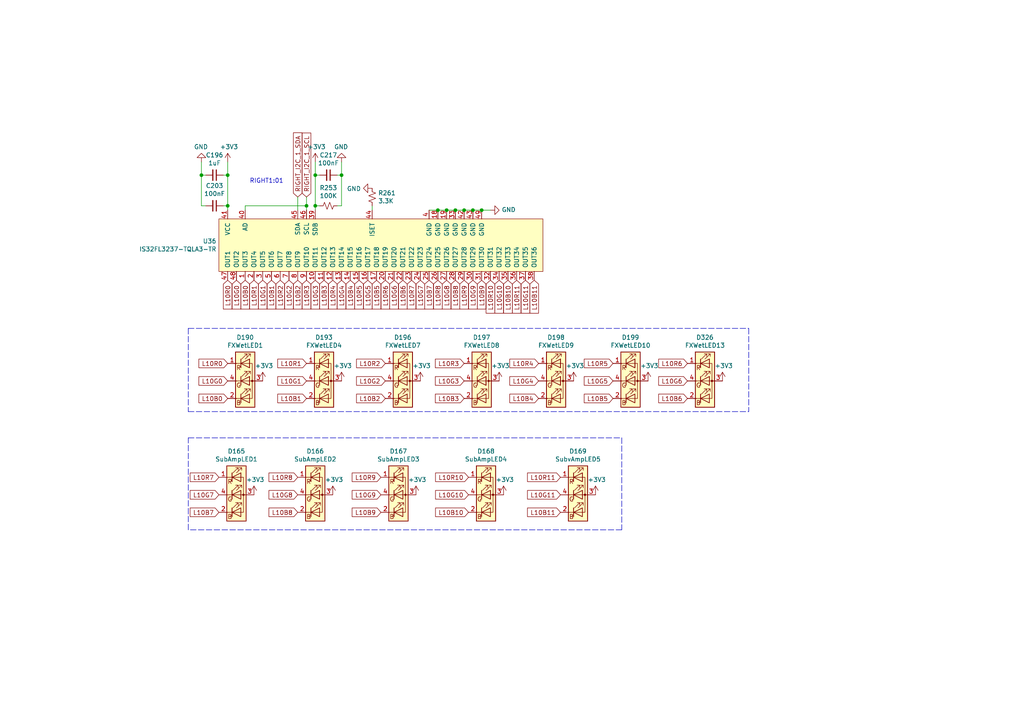
<source format=kicad_sch>
(kicad_sch (version 20210621) (generator eeschema)
  (paper "A4")
  (lib_symbols
    (symbol "Device:C_Small" (pin_numbers hide) (pin_names (offset 0.254) hide)
      (property "Reference" "C" (at 0.254 1.778 0))
      (property "Value" "C_Small" (at 0.254 -2.032 0))
      (symbol "C_Small_0_1"
        (polyline (pts (xy -1.524 -0.508) (xy 1.524 -0.508)) (stroke (width 0.3302)))
        (polyline (pts (xy -1.524 0.508) (xy 1.524 0.508)) (stroke (width 0.3048)))
      )
      (symbol "C_Small_1_1"
        (pin passive line (at 0 2.54 270) (length 2.032) (name "~") (number "1"))
        (pin passive line (at 0 -2.54 90) (length 2.032) (name "~") (number "2"))
      )
    )
    (symbol "Device:R_Small_US" (pin_numbers hide) (pin_names (offset 0.254) hide)
      (property "Reference" "R" (at 0.762 0.508 0))
      (property "Value" "R_Small_US" (at 0.762 -1.016 0))
      (symbol "R_Small_US_1_1"
        (polyline (pts (xy 0 0) (xy 1.016 -0.381) (xy 0 -0.762) (xy -1.016 -1.143) (xy 0 -1.524)))
        (polyline (pts (xy 0 1.524) (xy 1.016 1.143) (xy 0 0.762) (xy -1.016 0.381) (xy 0 0)))
        (pin passive line (at 0 2.54 270) (length 1.016) (name "~") (number "1"))
        (pin passive line (at 0 -2.54 90) (length 1.016) (name "~") (number "2"))
      )
    )
    (symbol "IS32FL3237:IS32FL3237-TQLA3-TR" (pin_names (offset 1.016))
      (property "Reference" "U" (at 0 0 0))
      (property "Value" "IS32FL3237-TQLA3-TR" (at 0 0 0))
      (symbol "IS32FL3237-TQLA3-TR_0_1"
        (rectangle (start -7.62 -2.54) (end 7.62 -96.52) (fill (type background)))
      )
      (symbol "IS32FL3237-TQLA3-TR_1_1"
        (pin output line (at 10.16 -10.16 180) (length 2.54) (name "OUT3") (number "1"))
        (pin output line (at 10.16 -30.48 180) (length 2.54) (name "OUT11") (number "10"))
        (pin output line (at 10.16 -33.02 180) (length 2.54) (name "OUT12") (number "11"))
        (pin output line (at 10.16 -35.56 180) (length 2.54) (name "OUT13") (number "12"))
        (pin output line (at 10.16 -38.1 180) (length 2.54) (name "OUT14") (number "13"))
        (pin output line (at 10.16 -40.64 180) (length 2.54) (name "OUT15") (number "14"))
        (pin output line (at 10.16 -43.18 180) (length 2.54) (name "OUT16") (number "15"))
        (pin output line (at 10.16 -45.72 180) (length 2.54) (name "OUT17") (number "16"))
        (pin output line (at 10.16 -48.26 180) (length 2.54) (name "OUT18") (number "17"))
        (pin power_in line (at -10.16 -66.04 0) (length 2.54) (name "GND") (number "18"))
        (pin power_in line (at -10.16 -68.58 0) (length 2.54) (name "GND") (number "19"))
        (pin output line (at 10.16 -12.7 180) (length 2.54) (name "OUT4") (number "2"))
        (pin output line (at 10.16 -50.8 180) (length 2.54) (name "OUT19") (number "20"))
        (pin output line (at 10.16 -53.34 180) (length 2.54) (name "OUT20") (number "21"))
        (pin output line (at 10.16 -55.88 180) (length 2.54) (name "OUT21") (number "22"))
        (pin output line (at 10.16 -58.42 180) (length 2.54) (name "OUT22") (number "23"))
        (pin output line (at 10.16 -60.96 180) (length 2.54) (name "OUT23") (number "24"))
        (pin output line (at 10.16 -63.5 180) (length 2.54) (name "OUT24") (number "25"))
        (pin output line (at 10.16 -66.04 180) (length 2.54) (name "OUT25") (number "26"))
        (pin output line (at 10.16 -68.58 180) (length 2.54) (name "OUT26") (number "27"))
        (pin output line (at 10.16 -71.12 180) (length 2.54) (name "OUT27") (number "28"))
        (pin output line (at 10.16 -73.66 180) (length 2.54) (name "OUT28") (number "29"))
        (pin output line (at 10.16 -15.24 180) (length 2.54) (name "OUT5") (number "3"))
        (pin output line (at 10.16 -76.2 180) (length 2.54) (name "OUT29") (number "30"))
        (pin output line (at 10.16 -78.74 180) (length 2.54) (name "OUT30") (number "31"))
        (pin output line (at 10.16 -81.28 180) (length 2.54) (name "OUT31") (number "32"))
        (pin power_in line (at -10.16 -71.12 0) (length 2.54) (name "GND") (number "33"))
        (pin output line (at 10.16 -83.82 180) (length 2.54) (name "OUT32") (number "34"))
        (pin output line (at 10.16 -86.36 180) (length 2.54) (name "OUT33") (number "35"))
        (pin output line (at 10.16 -88.9 180) (length 2.54) (name "OUT34") (number "36"))
        (pin output line (at 10.16 -91.44 180) (length 2.54) (name "OUT35") (number "37"))
        (pin output line (at 10.16 -93.98 180) (length 2.54) (name "OUT36") (number "38"))
        (pin input line (at -10.16 -30.48 0) (length 2.54) (name "SDB") (number "39"))
        (pin power_in line (at -10.16 -63.5 0) (length 2.54) (name "GND") (number "4"))
        (pin input line (at -10.16 -10.16 0) (length 2.54) (name "AD") (number "40"))
        (pin power_in line (at -10.16 -5.08 0) (length 2.54) (name "VCC") (number "41"))
        (pin power_in line (at -10.16 -73.66 0) (length 2.54) (name "GND") (number "42"))
        (pin power_in line (at -10.16 -76.2 0) (length 2.54) (name "GND") (number "43"))
        (pin input line (at -10.16 -46.99 0) (length 2.54) (name "ISET") (number "44"))
        (pin input line (at -10.16 -25.4 0) (length 2.54) (name "SDA") (number "45"))
        (pin input line (at -10.16 -27.94 0) (length 2.54) (name "SCL") (number "46"))
        (pin output line (at 10.16 -5.08 180) (length 2.54) (name "OUT1") (number "47"))
        (pin output line (at 10.16 -7.62 180) (length 2.54) (name "OUT2") (number "48"))
        (pin power_in line (at -10.16 -78.74 0) (length 2.54) (name "GND") (number "49"))
        (pin output line (at 10.16 -17.78 180) (length 2.54) (name "OUT6") (number "5"))
        (pin output line (at 10.16 -20.32 180) (length 2.54) (name "OUT7") (number "6"))
        (pin output line (at 10.16 -22.86 180) (length 2.54) (name "OUT8") (number "7"))
        (pin output line (at 10.16 -25.4 180) (length 2.54) (name "OUT9") (number "8"))
        (pin output line (at 10.16 -27.94 180) (length 2.54) (name "OUT10") (number "9"))
      )
    )
    (symbol "fm-b2020rgba-hg:FM-B2020RGBA-HG" (pin_names (offset 0) hide)
      (property "Reference" "D" (at 0 9.398 0))
      (property "Value" "FM-B2020RGBA-HG" (at 0 -8.89 0))
      (symbol "FM-B2020RGBA-HG_0_0"
        (text "B" (at -1.905 -6.35 0) (effects (font (size 1.27 1.27))))
        (text "G" (at -1.905 -1.27 0) (effects (font (size 1.27 1.27))))
        (text "R" (at -1.905 3.81 0) (effects (font (size 1.27 1.27))))
      )
      (symbol "FM-B2020RGBA-HG_0_1"
        (circle (center 2.032 0) (radius 0.254) (fill (type outline)))
        (rectangle (start 1.27 -1.27) (end 1.27 1.27))
        (rectangle (start 1.27 1.27) (end 1.27 1.27))
        (rectangle (start 1.27 3.81) (end 1.27 6.35))
        (rectangle (start 1.27 6.35) (end 1.27 6.35))
        (rectangle (start 2.794 8.382) (end -2.794 -7.62) (stroke (width 0.254)) (fill (type background)))
        (polyline (pts (xy -1.27 -5.08) (xy -2.54 -5.08)))
        (polyline (pts (xy -1.27 -5.08) (xy 1.27 -5.08)))
        (polyline (pts (xy -1.27 -3.81) (xy -1.27 -6.35)))
        (polyline (pts (xy -1.27 -3.81) (xy -1.27 -6.35)) (stroke (width 0.2032)))
        (polyline (pts (xy -1.27 0) (xy -2.54 0)))
        (polyline (pts (xy -1.27 0) (xy 1.27 0)))
        (polyline (pts (xy -1.27 1.27) (xy -1.27 -1.27)) (stroke (width 0.2032)))
        (polyline (pts (xy -1.27 5.08) (xy -2.54 5.08)))
        (polyline (pts (xy -1.27 6.35) (xy -1.27 3.81)) (stroke (width 0.2032)))
        (polyline (pts (xy 1.27 0) (xy 2.54 0)))
        (polyline (pts (xy 1.27 5.08) (xy -1.27 5.08)))
        (polyline (pts (xy -1.27 1.27) (xy -1.27 -1.27) (xy -1.27 -1.27)))
        (polyline (pts (xy -1.27 6.35) (xy -1.27 3.81) (xy -1.27 3.81)))
        (polyline (pts (xy 1.27 -5.08) (xy 2.032 -5.08) (xy 2.032 5.08) (xy 1.27 5.08)))
        (polyline (pts (xy 1.27 -3.81) (xy 1.27 -6.35) (xy -1.27 -5.08) (xy 1.27 -3.81)) (stroke (width 0.2032)))
        (polyline (pts (xy 1.27 1.27) (xy 1.27 -1.27) (xy -1.27 0) (xy 1.27 1.27)) (stroke (width 0.2032)))
        (polyline (pts (xy 1.27 6.35) (xy 1.27 3.81) (xy -1.27 5.08) (xy 1.27 6.35)) (stroke (width 0.2032)))
        (polyline (pts (xy -1.016 -3.81) (xy 0.508 -2.286) (xy -0.254 -2.286) (xy 0.508 -2.286) (xy 0.508 -3.048)))
        (polyline (pts (xy -1.016 1.27) (xy 0.508 2.794) (xy -0.254 2.794) (xy 0.508 2.794) (xy 0.508 2.032)))
        (polyline (pts (xy -1.016 6.35) (xy 0.508 7.874) (xy -0.254 7.874) (xy 0.508 7.874) (xy 0.508 7.112)))
        (polyline (pts (xy 0 -3.81) (xy 1.524 -2.286) (xy 0.762 -2.286) (xy 1.524 -2.286) (xy 1.524 -3.048)))
        (polyline (pts (xy 0 1.27) (xy 1.524 2.794) (xy 0.762 2.794) (xy 1.524 2.794) (xy 1.524 2.032)))
        (polyline (pts (xy 0 6.35) (xy 1.524 7.874) (xy 0.762 7.874) (xy 1.524 7.874) (xy 1.524 7.112)))
      )
      (symbol "FM-B2020RGBA-HG_1_1"
        (pin passive line (at -5.08 5.08 0) (length 2.54) (name "R-") (number "1"))
        (pin passive line (at -5.08 -5.08 0) (length 2.54) (name "B-") (number "2"))
        (pin passive line (at 5.08 0 180) (length 2.54) (name "+") (number "3"))
        (pin passive line (at -5.08 0 0) (length 2.54) (name "G-") (number "4"))
      )
    )
    (symbol "power:+3.3V" (power) (pin_names (offset 0))
      (property "Value" "+3.3V" (at 0 3.556 0))
      (symbol "+3.3V_0_1"
        (polyline (pts (xy -0.762 1.27) (xy 0 2.54)))
        (polyline (pts (xy 0 0) (xy 0 2.54)))
        (polyline (pts (xy 0 2.54) (xy 0.762 1.27)))
      )
      (symbol "+3.3V_1_1"
        (pin power_in line (at 0 0 90) (length 0) hide (name "+3V3") (number "1"))
      )
    )
    (symbol "power:GND" (power) (pin_names (offset 0))
      (property "Value" "GND" (at 0 -3.81 0))
      (symbol "GND_0_1"
        (polyline (pts (xy 0 0) (xy 0 -1.27) (xy 1.27 -1.27) (xy 0 -2.54) (xy -1.27 -1.27) (xy 0 -1.27)))
      )
      (symbol "GND_1_1"
        (pin power_in line (at 0 0 270) (length 0) hide (name "GND") (number "1"))
      )
    )
  )
  (junction (at 58.42 50.8))
  (junction (at 66.04 50.8))
  (junction (at 66.04 59.69))
  (junction (at 88.9 59.69))
  (junction (at 91.44 50.8))
  (junction (at 91.44 59.69))
  (junction (at 99.06 50.8))
  (junction (at 127 60.96))
  (junction (at 129.54 60.96))
  (junction (at 132.08 60.96))
  (junction (at 134.62 60.96))
  (junction (at 137.16 60.96))
  (junction (at 139.7 60.96))
  (wire (pts (xy 58.42 46.99) (xy 58.42 50.8)))
  (wire (pts (xy 58.42 50.8) (xy 58.42 59.69)))
  (wire (pts (xy 58.42 59.69) (xy 59.69 59.69)))
  (wire (pts (xy 59.69 50.8) (xy 58.42 50.8)))
  (wire (pts (xy 64.77 50.8) (xy 66.04 50.8)))
  (wire (pts (xy 64.77 59.69) (xy 66.04 59.69)))
  (wire (pts (xy 66.04 46.99) (xy 66.04 50.8)))
  (wire (pts (xy 66.04 50.8) (xy 66.04 59.69)))
  (wire (pts (xy 66.04 59.69) (xy 66.04 60.96)))
  (wire (pts (xy 71.12 59.69) (xy 88.9 59.69)))
  (wire (pts (xy 71.12 60.96) (xy 71.12 59.69)))
  (wire (pts (xy 86.36 57.15) (xy 86.36 60.96)))
  (wire (pts (xy 88.9 57.15) (xy 88.9 59.69)))
  (wire (pts (xy 88.9 59.69) (xy 88.9 60.96)))
  (wire (pts (xy 91.44 46.99) (xy 91.44 50.8)))
  (wire (pts (xy 91.44 50.8) (xy 91.44 59.69)))
  (wire (pts (xy 91.44 59.69) (xy 91.44 60.96)))
  (wire (pts (xy 92.71 50.8) (xy 91.44 50.8)))
  (wire (pts (xy 92.71 59.69) (xy 91.44 59.69)))
  (wire (pts (xy 97.79 50.8) (xy 99.06 50.8)))
  (wire (pts (xy 99.06 46.99) (xy 99.06 50.8)))
  (wire (pts (xy 99.06 50.8) (xy 99.06 59.69)))
  (wire (pts (xy 99.06 59.69) (xy 97.79 59.69)))
  (wire (pts (xy 107.95 59.69) (xy 107.95 60.96)))
  (wire (pts (xy 127 60.96) (xy 124.46 60.96)))
  (wire (pts (xy 129.54 60.96) (xy 127 60.96)))
  (wire (pts (xy 132.08 60.96) (xy 129.54 60.96)))
  (wire (pts (xy 134.62 60.96) (xy 132.08 60.96)))
  (wire (pts (xy 137.16 60.96) (xy 134.62 60.96)))
  (wire (pts (xy 139.7 60.96) (xy 137.16 60.96)))
  (wire (pts (xy 142.24 60.96) (xy 139.7 60.96)))
  (polyline (pts (xy 54.61 95.25) (xy 54.61 119.38)))
  (polyline (pts (xy 54.61 95.25) (xy 217.17 95.25)))
  (polyline (pts (xy 54.61 119.38) (xy 217.17 119.38)))
  (polyline (pts (xy 54.61 127) (xy 180.34 127)))
  (polyline (pts (xy 54.61 153.67) (xy 54.61 127)))
  (polyline (pts (xy 180.34 127) (xy 180.34 153.67)))
  (polyline (pts (xy 180.34 153.67) (xy 54.61 153.67)))
  (polyline (pts (xy 217.17 95.25) (xy 217.17 119.38)))
  (text "RIGHT1:01" (at 72.39 53.34 0) (effects (font (size 1.27 1.27)) (justify left bottom)))
  (global_label "L10R7" (shape input) (at 63.5 138.43 180) (property "Intersheet References" "${INTERSHEET_REFS}" (effects hide)))
  (global_label "L10G7" (shape input) (at 63.5 143.51 180) (property "Intersheet References" "${INTERSHEET_REFS}" (effects hide)))
  (global_label "L10B7" (shape input) (at 63.5 148.59 180) (property "Intersheet References" "${INTERSHEET_REFS}" (effects hide)))
  (global_label "L10R0" (shape input) (at 66.04 81.28 270) (property "Intersheet References" "${INTERSHEET_REFS}" (effects hide)))
  (global_label "L10R0" (shape input) (at 66.04 105.41 180) (property "Intersheet References" "${INTERSHEET_REFS}" (effects hide)))
  (global_label "L10G0" (shape input) (at 66.04 110.49 180) (property "Intersheet References" "${INTERSHEET_REFS}" (effects hide)))
  (global_label "L10B0" (shape input) (at 66.04 115.57 180) (property "Intersheet References" "${INTERSHEET_REFS}" (effects hide)))
  (global_label "L10G0" (shape input) (at 68.58 81.28 270) (property "Intersheet References" "${INTERSHEET_REFS}" (effects hide)))
  (global_label "L10B0" (shape input) (at 71.12 81.28 270) (property "Intersheet References" "${INTERSHEET_REFS}" (effects hide)))
  (global_label "L10R1" (shape input) (at 73.66 81.28 270) (property "Intersheet References" "${INTERSHEET_REFS}" (effects hide)))
  (global_label "L10G1" (shape input) (at 76.2 81.28 270) (property "Intersheet References" "${INTERSHEET_REFS}" (effects hide)))
  (global_label "L10B1" (shape input) (at 78.74 81.28 270) (property "Intersheet References" "${INTERSHEET_REFS}" (effects hide)))
  (global_label "L10R2" (shape input) (at 81.28 81.28 270) (property "Intersheet References" "${INTERSHEET_REFS}" (effects hide)))
  (global_label "L10G2" (shape input) (at 83.82 81.28 270) (property "Intersheet References" "${INTERSHEET_REFS}" (effects hide)))
  (global_label "RIGHT_I2C_1_SDA" (shape input) (at 86.36 57.15 90) (property "Intersheet References" "${INTERSHEET_REFS}" (effects hide)))
  (global_label "L10B2" (shape input) (at 86.36 81.28 270) (property "Intersheet References" "${INTERSHEET_REFS}" (effects hide)))
  (global_label "L10R8" (shape input) (at 86.36 138.43 180) (property "Intersheet References" "${INTERSHEET_REFS}" (effects hide)))
  (global_label "L10G8" (shape input) (at 86.36 143.51 180) (property "Intersheet References" "${INTERSHEET_REFS}" (effects hide)))
  (global_label "L10B8" (shape input) (at 86.36 148.59 180) (property "Intersheet References" "${INTERSHEET_REFS}" (effects hide)))
  (global_label "RIGHT_I2C_1_SCL" (shape input) (at 88.9 57.15 90) (property "Intersheet References" "${INTERSHEET_REFS}" (effects hide)))
  (global_label "L10R3" (shape input) (at 88.9 81.28 270) (property "Intersheet References" "${INTERSHEET_REFS}" (effects hide)))
  (global_label "L10R1" (shape input) (at 88.9 105.41 180) (property "Intersheet References" "${INTERSHEET_REFS}" (effects hide)))
  (global_label "L10G1" (shape input) (at 88.9 110.49 180) (property "Intersheet References" "${INTERSHEET_REFS}" (effects hide)))
  (global_label "L10B1" (shape input) (at 88.9 115.57 180) (property "Intersheet References" "${INTERSHEET_REFS}" (effects hide)))
  (global_label "L10G3" (shape input) (at 91.44 81.28 270) (property "Intersheet References" "${INTERSHEET_REFS}" (effects hide)))
  (global_label "L10B3" (shape input) (at 93.98 81.28 270) (property "Intersheet References" "${INTERSHEET_REFS}" (effects hide)))
  (global_label "L10R4" (shape input) (at 96.52 81.28 270) (property "Intersheet References" "${INTERSHEET_REFS}" (effects hide)))
  (global_label "L10G4" (shape input) (at 99.06 81.28 270) (property "Intersheet References" "${INTERSHEET_REFS}" (effects hide)))
  (global_label "L10B4" (shape input) (at 101.6 81.28 270) (property "Intersheet References" "${INTERSHEET_REFS}" (effects hide)))
  (global_label "L10R5" (shape input) (at 104.14 81.28 270) (property "Intersheet References" "${INTERSHEET_REFS}" (effects hide)))
  (global_label "L10G5" (shape input) (at 106.68 81.28 270) (property "Intersheet References" "${INTERSHEET_REFS}" (effects hide)))
  (global_label "L10B5" (shape input) (at 109.22 81.28 270) (property "Intersheet References" "${INTERSHEET_REFS}" (effects hide)))
  (global_label "L10R9" (shape input) (at 110.49 138.43 180) (property "Intersheet References" "${INTERSHEET_REFS}" (effects hide)))
  (global_label "L10G9" (shape input) (at 110.49 143.51 180) (property "Intersheet References" "${INTERSHEET_REFS}" (effects hide)))
  (global_label "L10B9" (shape input) (at 110.49 148.59 180) (property "Intersheet References" "${INTERSHEET_REFS}" (effects hide)))
  (global_label "L10R6" (shape input) (at 111.76 81.28 270) (property "Intersheet References" "${INTERSHEET_REFS}" (effects hide)))
  (global_label "L10R2" (shape input) (at 111.76 105.41 180) (property "Intersheet References" "${INTERSHEET_REFS}" (effects hide)))
  (global_label "L10G2" (shape input) (at 111.76 110.49 180) (property "Intersheet References" "${INTERSHEET_REFS}" (effects hide)))
  (global_label "L10B2" (shape input) (at 111.76 115.57 180) (property "Intersheet References" "${INTERSHEET_REFS}" (effects hide)))
  (global_label "L10G6" (shape input) (at 114.3 81.28 270) (property "Intersheet References" "${INTERSHEET_REFS}" (effects hide)))
  (global_label "L10B6" (shape input) (at 116.84 81.28 270) (property "Intersheet References" "${INTERSHEET_REFS}" (effects hide)))
  (global_label "L10R7" (shape input) (at 119.38 81.28 270) (property "Intersheet References" "${INTERSHEET_REFS}" (effects hide)))
  (global_label "L10G7" (shape input) (at 121.92 81.28 270) (property "Intersheet References" "${INTERSHEET_REFS}" (effects hide)))
  (global_label "L10B7" (shape input) (at 124.46 81.28 270) (property "Intersheet References" "${INTERSHEET_REFS}" (effects hide)))
  (global_label "L10R8" (shape input) (at 127 81.28 270) (property "Intersheet References" "${INTERSHEET_REFS}" (effects hide)))
  (global_label "L10G8" (shape input) (at 129.54 81.28 270) (property "Intersheet References" "${INTERSHEET_REFS}" (effects hide)))
  (global_label "L10B8" (shape input) (at 132.08 81.28 270) (property "Intersheet References" "${INTERSHEET_REFS}" (effects hide)))
  (global_label "L10R9" (shape input) (at 134.62 81.28 270) (property "Intersheet References" "${INTERSHEET_REFS}" (effects hide)))
  (global_label "L10R3" (shape input) (at 134.62 105.41 180) (property "Intersheet References" "${INTERSHEET_REFS}" (effects hide)))
  (global_label "L10G3" (shape input) (at 134.62 110.49 180) (property "Intersheet References" "${INTERSHEET_REFS}" (effects hide)))
  (global_label "L10B3" (shape input) (at 134.62 115.57 180) (property "Intersheet References" "${INTERSHEET_REFS}" (effects hide)))
  (global_label "L10R10" (shape input) (at 135.89 138.43 180) (property "Intersheet References" "${INTERSHEET_REFS}" (effects hide)))
  (global_label "L10G10" (shape input) (at 135.89 143.51 180) (property "Intersheet References" "${INTERSHEET_REFS}" (effects hide)))
  (global_label "L10B10" (shape input) (at 135.89 148.59 180) (property "Intersheet References" "${INTERSHEET_REFS}" (effects hide)))
  (global_label "L10G9" (shape input) (at 137.16 81.28 270) (property "Intersheet References" "${INTERSHEET_REFS}" (effects hide)))
  (global_label "L10B9" (shape input) (at 139.7 81.28 270) (property "Intersheet References" "${INTERSHEET_REFS}" (effects hide)))
  (global_label "L10R10" (shape input) (at 142.24 81.28 270) (property "Intersheet References" "${INTERSHEET_REFS}" (effects hide)))
  (global_label "L10G10" (shape input) (at 144.78 81.28 270) (property "Intersheet References" "${INTERSHEET_REFS}" (effects hide)))
  (global_label "L10B10" (shape input) (at 147.32 81.28 270) (property "Intersheet References" "${INTERSHEET_REFS}" (effects hide)))
  (global_label "L10R11" (shape input) (at 149.86 81.28 270) (property "Intersheet References" "${INTERSHEET_REFS}" (effects hide)))
  (global_label "L10G11" (shape input) (at 152.4 81.28 270) (property "Intersheet References" "${INTERSHEET_REFS}" (effects hide)))
  (global_label "L10B11" (shape input) (at 154.94 81.28 270) (property "Intersheet References" "${INTERSHEET_REFS}" (effects hide)))
  (global_label "L10R4" (shape input) (at 156.21 105.41 180) (property "Intersheet References" "${INTERSHEET_REFS}" (effects hide)))
  (global_label "L10G4" (shape input) (at 156.21 110.49 180) (property "Intersheet References" "${INTERSHEET_REFS}" (effects hide)))
  (global_label "L10B4" (shape input) (at 156.21 115.57 180) (property "Intersheet References" "${INTERSHEET_REFS}" (effects hide)))
  (global_label "L10R11" (shape input) (at 162.56 138.43 180) (property "Intersheet References" "${INTERSHEET_REFS}" (effects hide)))
  (global_label "L10G11" (shape input) (at 162.56 143.51 180) (property "Intersheet References" "${INTERSHEET_REFS}" (effects hide)))
  (global_label "L10B11" (shape input) (at 162.56 148.59 180) (property "Intersheet References" "${INTERSHEET_REFS}" (effects hide)))
  (global_label "L10R5" (shape input) (at 177.8 105.41 180) (property "Intersheet References" "${INTERSHEET_REFS}" (effects hide)))
  (global_label "L10G5" (shape input) (at 177.8 110.49 180) (property "Intersheet References" "${INTERSHEET_REFS}" (effects hide)))
  (global_label "L10B5" (shape input) (at 177.8 115.57 180) (property "Intersheet References" "${INTERSHEET_REFS}" (effects hide)))
  (global_label "L10R6" (shape input) (at 199.39 105.41 180) (property "Intersheet References" "${INTERSHEET_REFS}" (effects hide)))
  (global_label "L10G6" (shape input) (at 199.39 110.49 180) (property "Intersheet References" "${INTERSHEET_REFS}" (effects hide)))
  (global_label "L10B6" (shape input) (at 199.39 115.57 180) (property "Intersheet References" "${INTERSHEET_REFS}" (effects hide)))
  (symbol (lib_id "power:+3.3V") (at 66.04 46.99 0) (unit 1)
    (property "Reference" "#PWR0454" (effects hide))
    (property "Value" "+3.3V" (at 66.421 42.5958 0))
  )
  (symbol (lib_id "power:+3.3V") (at 73.66 143.51 0) (unit 1)
    (property "Reference" "#PWR0733" (effects hide))
    (property "Value" "+3.3V" (at 74.041 139.1158 0))
  )
  (symbol (lib_id "power:+3.3V") (at 76.2 110.49 0) (unit 1)
    (property "Reference" "#PWR0777" (effects hide))
    (property "Value" "+3.3V" (at 76.581 106.0958 0))
  )
  (symbol (lib_id "power:+3.3V") (at 91.44 46.99 0) (unit 1)
    (property "Reference" "#PWR0459" (effects hide))
    (property "Value" "+3.3V" (at 91.821 42.5958 0))
  )
  (symbol (lib_id "power:+3.3V") (at 96.52 143.51 0) (unit 1)
    (property "Reference" "#PWR0734" (effects hide))
    (property "Value" "+3.3V" (at 96.901 139.1158 0))
  )
  (symbol (lib_id "power:+3.3V") (at 99.06 110.49 0) (unit 1)
    (property "Reference" "#PWR0778" (effects hide))
    (property "Value" "+3.3V" (at 99.441 106.0958 0))
  )
  (symbol (lib_id "power:+3.3V") (at 120.65 143.51 0) (unit 1)
    (property "Reference" "#PWR0735" (effects hide))
    (property "Value" "+3.3V" (at 121.031 139.1158 0))
  )
  (symbol (lib_id "power:+3.3V") (at 121.92 110.49 0) (unit 1)
    (property "Reference" "#PWR0779" (effects hide))
    (property "Value" "+3.3V" (at 122.301 106.0958 0))
  )
  (symbol (lib_id "power:+3.3V") (at 144.78 110.49 0) (unit 1)
    (property "Reference" "#PWR0780" (effects hide))
    (property "Value" "+3.3V" (at 145.161 106.0958 0))
  )
  (symbol (lib_id "power:+3.3V") (at 146.05 143.51 0) (unit 1)
    (property "Reference" "#PWR0736" (effects hide))
    (property "Value" "+3.3V" (at 146.431 139.1158 0))
  )
  (symbol (lib_id "power:+3.3V") (at 166.37 110.49 0) (unit 1)
    (property "Reference" "#PWR0781" (effects hide))
    (property "Value" "+3.3V" (at 166.751 106.0958 0))
  )
  (symbol (lib_id "power:+3.3V") (at 172.72 143.51 0) (unit 1)
    (property "Reference" "#PWR0737" (effects hide))
    (property "Value" "+3.3V" (at 173.101 139.1158 0))
  )
  (symbol (lib_id "power:+3.3V") (at 187.96 110.49 0) (unit 1)
    (property "Reference" "#PWR0782" (effects hide))
    (property "Value" "+3.3V" (at 188.341 106.0958 0))
  )
  (symbol (lib_id "power:+3.3V") (at 209.55 110.49 0) (unit 1)
    (property "Reference" "#PWR0783" (effects hide))
    (property "Value" "+3.3V" (at 209.931 106.0958 0))
  )
  (symbol (lib_id "power:GND") (at 58.42 46.99 180) (unit 1)
    (property "Reference" "#PWR0452" (effects hide))
    (property "Value" "GND" (at 58.293 42.5958 0))
  )
  (symbol (lib_id "power:GND") (at 99.06 46.99 180) (unit 1)
    (property "Reference" "#PWR0462" (effects hide))
    (property "Value" "GND" (at 98.933 42.5958 0))
  )
  (symbol (lib_id "power:GND") (at 107.95 54.61 270) (unit 1)
    (property "Reference" "#PWR0465" (effects hide))
    (property "Value" "GND" (at 104.6988 54.737 90) (effects (justify right)))
  )
  (symbol (lib_id "power:GND") (at 142.24 60.96 90) (unit 1)
    (property "Reference" "#PWR0476" (effects hide))
    (property "Value" "GND" (at 145.4912 60.833 90) (effects (justify right)))
  )
  (symbol (lib_id "Device:R_Small_US") (at 95.25 59.69 270) (unit 1)
    (property "Reference" "R253" (at 95.25 54.483 90))
    (property "Value" "100K" (at 95.25 56.7944 90))
    (property "Footprint" "Resistor_SMD:R_0402_1005Metric" (effects hide))
    (property "LCSC" " C25741" (effects hide))
  )
  (symbol (lib_id "Device:R_Small_US") (at 107.95 57.15 0) (unit 1)
    (property "Reference" "R261" (at 109.6772 55.9816 0) (effects (justify left)))
    (property "Value" "3.3K" (at 109.6772 58.293 0) (effects (justify left)))
    (property "Footprint" "Resistor_SMD:R_0402_1005Metric" (effects hide))
    (property "LCSC" "C25890" (effects hide))
  )
  (symbol (lib_id "Device:C_Small") (at 62.23 50.8 270) (unit 1)
    (property "Reference" "C196" (at 62.23 44.9834 90))
    (property "Value" "1uF" (at 62.23 47.2948 90))
    (property "Footprint" "Capacitor_SMD:C_0402_1005Metric" (effects hide))
    (property "LCSC" "C52923" (effects hide))
  )
  (symbol (lib_id "Device:C_Small") (at 62.23 59.69 270) (unit 1)
    (property "Reference" "C203" (at 62.23 53.8734 90))
    (property "Value" "100nF" (at 62.23 56.1848 90))
    (property "Footprint" "Capacitor_SMD:C_0402_1005Metric" (effects hide))
    (property "LCSC" "C1525" (effects hide))
  )
  (symbol (lib_id "Device:C_Small") (at 95.25 50.8 270) (unit 1)
    (property "Reference" "C217" (at 95.25 44.9834 90))
    (property "Value" "100nF" (at 95.25 47.2948 90))
    (property "Footprint" "Capacitor_SMD:C_0402_1005Metric" (effects hide))
    (property "LCSC" "C1525" (effects hide))
  )
  (symbol (lib_id "fm-b2020rgba-hg:FM-B2020RGBA-HG") (at 68.58 143.51 0) (unit 1)
    (property "Reference" "D165" (at 68.58 130.8862 0))
    (property "Value" "SubAmpLED1" (at 68.58 133.1976 0))
    (property "Footprint" "fm-b2020rgba-hg:FM-B2020RGBA-HG" (effects hide))
    (property "LCSC" "C108793" (effects hide))
  )
  (symbol (lib_id "fm-b2020rgba-hg:FM-B2020RGBA-HG") (at 71.12 110.49 0) (unit 1)
    (property "Reference" "D190" (at 71.12 97.8662 0))
    (property "Value" "FXWetLED1" (at 71.12 100.1776 0))
    (property "Footprint" "fm-b2020rgba-hg:FM-B2020RGBA-HG" (effects hide))
    (property "LCSC" "C108793" (effects hide))
  )
  (symbol (lib_id "fm-b2020rgba-hg:FM-B2020RGBA-HG") (at 91.44 143.51 0) (unit 1)
    (property "Reference" "D166" (at 91.44 130.8862 0))
    (property "Value" "SubAmpLED2" (at 91.44 133.1976 0))
    (property "Footprint" "fm-b2020rgba-hg:FM-B2020RGBA-HG" (effects hide))
    (property "LCSC" "C108793" (effects hide))
  )
  (symbol (lib_id "fm-b2020rgba-hg:FM-B2020RGBA-HG") (at 93.98 110.49 0) (unit 1)
    (property "Reference" "D193" (at 93.98 97.8662 0))
    (property "Value" "FXWetLED4" (at 93.98 100.1776 0))
    (property "Footprint" "fm-b2020rgba-hg:FM-B2020RGBA-HG" (effects hide))
    (property "LCSC" "C108793" (effects hide))
  )
  (symbol (lib_id "fm-b2020rgba-hg:FM-B2020RGBA-HG") (at 115.57 143.51 0) (unit 1)
    (property "Reference" "D167" (at 115.57 130.8862 0))
    (property "Value" "SubAmpLED3" (at 115.57 133.1976 0))
    (property "Footprint" "fm-b2020rgba-hg:FM-B2020RGBA-HG" (effects hide))
    (property "LCSC" "C108793" (effects hide))
  )
  (symbol (lib_id "fm-b2020rgba-hg:FM-B2020RGBA-HG") (at 116.84 110.49 0) (unit 1)
    (property "Reference" "D196" (at 116.84 97.8662 0))
    (property "Value" "FXWetLED7" (at 116.84 100.1776 0))
    (property "Footprint" "fm-b2020rgba-hg:FM-B2020RGBA-HG" (effects hide))
    (property "LCSC" "C108793" (effects hide))
  )
  (symbol (lib_id "fm-b2020rgba-hg:FM-B2020RGBA-HG") (at 139.7 110.49 0) (unit 1)
    (property "Reference" "D197" (at 139.7 97.8662 0))
    (property "Value" "FXWetLED8" (at 139.7 100.1776 0))
    (property "Footprint" "fm-b2020rgba-hg:FM-B2020RGBA-HG" (effects hide))
    (property "LCSC" "C108793" (effects hide))
  )
  (symbol (lib_id "fm-b2020rgba-hg:FM-B2020RGBA-HG") (at 140.97 143.51 0) (unit 1)
    (property "Reference" "D168" (at 140.97 130.8862 0))
    (property "Value" "SubAmpLED4" (at 140.97 133.1976 0))
    (property "Footprint" "fm-b2020rgba-hg:FM-B2020RGBA-HG" (effects hide))
    (property "LCSC" "C108793" (effects hide))
  )
  (symbol (lib_id "fm-b2020rgba-hg:FM-B2020RGBA-HG") (at 161.29 110.49 0) (unit 1)
    (property "Reference" "D198" (at 161.29 97.8662 0))
    (property "Value" "FXWetLED9" (at 161.29 100.1776 0))
    (property "Footprint" "fm-b2020rgba-hg:FM-B2020RGBA-HG" (effects hide))
    (property "LCSC" "C108793" (effects hide))
  )
  (symbol (lib_id "fm-b2020rgba-hg:FM-B2020RGBA-HG") (at 167.64 143.51 0) (unit 1)
    (property "Reference" "D169" (at 167.64 130.8862 0))
    (property "Value" "SubvAmpLED5" (at 167.64 133.1976 0))
    (property "Footprint" "fm-b2020rgba-hg:FM-B2020RGBA-HG" (effects hide))
    (property "LCSC" "C108793" (effects hide))
  )
  (symbol (lib_id "fm-b2020rgba-hg:FM-B2020RGBA-HG") (at 182.88 110.49 0) (unit 1)
    (property "Reference" "D199" (at 182.88 97.8662 0))
    (property "Value" "FXWetLED10" (at 182.88 100.1776 0))
    (property "Footprint" "fm-b2020rgba-hg:FM-B2020RGBA-HG" (effects hide))
    (property "LCSC" "C108793" (effects hide))
  )
  (symbol (lib_id "fm-b2020rgba-hg:FM-B2020RGBA-HG") (at 204.47 110.49 0) (unit 1)
    (property "Reference" "D326" (at 204.47 97.8662 0))
    (property "Value" "FXWetLED13" (at 204.47 100.1776 0))
    (property "Footprint" "fm-b2020rgba-hg:FM-B2020RGBA-HG" (effects hide))
    (property "LCSC" "C108793" (effects hide))
  )
  (symbol (lib_id "IS32FL3237:IS32FL3237-TQLA3-TR") (at 60.96 71.12 90) (mirror x) (unit 1)
    (property "Reference" "U36" (at 62.7888 69.9516 90) (effects (justify left)))
    (property "Value" "IS32FL3237-TQLA3-TR" (at 62.7888 72.263 90) (effects (justify left)))
    (property "Footprint" "Package_QFP:TQFP-48-1EP_7x7mm_P0.5mm_EP5x5mm" (effects hide))
  )
)
</source>
